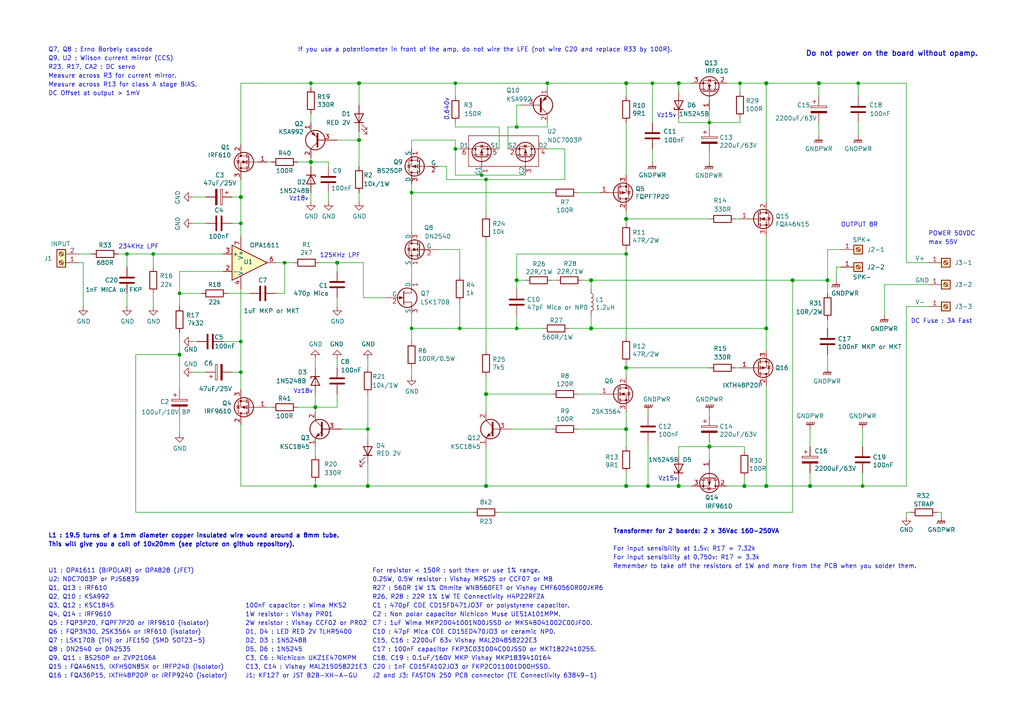
<source format=kicad_sch>
(kicad_sch (version 20230121) (generator eeschema)
  (paper "A4")
  (title_block (title "Q17-Mini Amplifier") (date "2023-08-30") (rev "2.0") (company "by eng. Tiberiu Vicol") (comment 1 "Modified by Stef for the Q17-Mini project") (comment 4 "Q17 a QUAD405 audiophile approach"))
  (junction (at 133.35 95.25))
  (junction (at 187.96 140.97) (diameter 1.016))
  (junction (at 106.68 124.46))
  (junction (at 91.44 140.97))
  (junction (at 215.9 140.97) (diameter 1.016))
  (junction (at 91.44 118.11) (diameter 1.016))
  (junction (at 52.07 102.87) (diameter 1.016))
  (junction (at 205.74 35.56))
  (junction (at 237.49 24.13) (diameter 1.016))
  (junction (at 196.85 24.13) (diameter 1.016))
  (junction (at 36.83 73.66))
  (junction (at 158.75 24.13))
  (junction (at 140.97 140.97) (diameter 1.016))
  (junction (at 119.38 55.88))
  (junction (at 196.85 140.97) (diameter 1.016))
  (junction (at 222.25 140.97) (diameter 1.016))
  (junction (at 90.17 46.99) (diameter 1.016))
  (junction (at 250.19 140.97))
  (junction (at 52.07 85.09))
  (junction (at 234.95 140.97) (diameter 1.016))
  (junction (at 181.61 63.5) (diameter 1.016))
  (junction (at 240.03 81.28) (diameter 1.016))
  (junction (at 171.45 81.28) (diameter 1.016))
  (junction (at 69.85 107.95))
  (junction (at 149.86 95.25))
  (junction (at 69.85 57.15) (diameter 1.016))
  (junction (at 97.79 76.2) (diameter 1.016))
  (junction (at 149.86 81.28) (diameter 1.016))
  (junction (at 229.87 81.28) (diameter 1.016))
  (junction (at 248.92 24.13))
  (junction (at 82.55 76.2))
  (junction (at 205.74 129.54) (diameter 1.016))
  (junction (at 189.23 24.13))
  (junction (at 171.45 95.25) (diameter 1.016))
  (junction (at 222.25 24.13) (diameter 1.016))
  (junction (at 214.63 24.13))
  (junction (at 106.68 140.97) (diameter 1.016))
  (junction (at 132.08 24.13))
  (junction (at 181.61 140.97) (diameter 1.016))
  (junction (at 44.45 73.66))
  (junction (at 149.86 36.83))
  (junction (at 181.61 124.46) (diameter 1.016))
  (junction (at 104.14 24.13) (diameter 1.016))
  (junction (at 222.25 95.25) (diameter 1.016))
  (junction (at 139.7 50.8))
  (junction (at 140.97 114.3) (diameter 1.016))
  (junction (at 181.61 106.68) (diameter 1.016))
  (junction (at 132.08 43.18))
  (junction (at 140.97 52.07))
  (junction (at 181.61 73.66))
  (junction (at 104.14 40.64) (diameter 1.016))
  (junction (at 69.85 64.77))
  (junction (at 69.85 99.06))
  (junction (at 90.17 24.13))
  (junction (at 181.61 24.13) (diameter 1.016))
  (junction (at 119.38 95.25))
  (wire (pts (xy 149.86 30.48) (xy 151.13 30.48)))
  (wire (pts (xy 181.61 72.39) (xy 181.61 73.66)))
  (wire (pts (xy 104.14 40.64) (xy 104.14 38.1)))
  (wire (pts (xy 97.79 40.64) (xy 104.14 40.64)))
  (wire (pts (xy 104.14 24.13) (xy 132.08 24.13)))
  (wire (pts (xy 215.9 130.81) (xy 215.9 129.54)))
  (wire (pts (xy 215.9 129.54) (xy 205.74 129.54)))
  (wire (pts (xy 90.17 33.02) (xy 90.17 35.56)))
  (wire (pts (xy 205.74 119.38) (xy 205.74 120.65)))
  (wire (pts (xy 262.89 24.13) (xy 262.89 76.2)))
  (wire (pts (xy 52.07 78.74) (xy 52.07 85.09)))
  (wire (pts (xy 52.07 125.73) (xy 52.07 120.65)))
  (wire (pts (xy 67.31 107.95) (xy 69.85 107.95)))
  (wire (pts (xy 24.13 76.2) (xy 24.13 88.9)))
  (wire (pts (xy 22.86 76.2) (xy 24.13 76.2)))
  (wire (pts (xy 52.07 102.87) (xy 52.07 113.03)))
  (wire (pts (xy 119.38 40.64) (xy 119.38 43.18)))
  (wire (pts (xy 189.23 43.18) (xy 189.23 46.99)))
  (wire (pts (xy 64.77 99.06) (xy 69.85 99.06)))
  (wire (pts (xy 90.17 24.13) (xy 104.14 24.13)))
  (wire (pts (xy 181.61 119.38) (xy 181.61 124.46)))
  (wire (pts (xy 181.61 124.46) (xy 181.61 129.54)))
  (wire (pts (xy 149.86 73.66) (xy 181.61 73.66)))
  (wire (pts (xy 149.86 81.28) (xy 149.86 73.66)))
  (wire (pts (xy 200.66 24.13) (xy 196.85 24.13)))
  (wire (pts (xy 262.89 88.9) (xy 262.89 140.97)))
  (wire (pts (xy 147.32 36.83) (xy 149.86 36.83)))
  (wire (pts (xy 90.17 46.99) (xy 90.17 48.26)))
  (wire (pts (xy 90.17 45.72) (xy 90.17 46.99)))
  (wire (pts (xy 78.74 118.11) (xy 77.47 118.11)))
  (wire (pts (xy 22.86 73.66) (xy 26.67 73.66)))
  (wire (pts (xy 262.89 88.9) (xy 269.24 88.9)))
  (wire (pts (xy 119.38 40.64) (xy 132.08 40.64)))
  (wire (pts (xy 140.97 52.07) (xy 140.97 62.23)))
  (wire (pts (xy 69.85 140.97) (xy 91.44 140.97)))
  (wire (pts (xy 240.03 72.39) (xy 240.03 81.28)))
  (wire (pts (xy 129.54 48.26) (xy 129.54 52.07)))
  (wire (pts (xy 69.85 123.19) (xy 69.85 140.97)))
  (wire (pts (xy 69.85 57.15) (xy 69.85 64.77)))
  (wire (pts (xy 55.88 57.15) (xy 59.69 57.15)))
  (wire (pts (xy 132.08 43.18) (xy 133.35 43.18)))
  (wire (pts (xy 173.99 55.88) (xy 167.64 55.88)))
  (wire (pts (xy 205.74 44.45) (xy 205.74 46.99)))
  (wire (pts (xy 39.37 102.87) (xy 52.07 102.87)))
  (wire (pts (xy 137.16 148.59) (xy 39.37 148.59)))
  (wire (pts (xy 39.37 148.59) (xy 39.37 102.87)))
  (wire (pts (xy 250.19 137.16) (xy 250.19 140.97)))
  (wire (pts (xy 234.95 140.97) (xy 250.19 140.97)))
  (wire (pts (xy 152.4 81.28) (xy 149.86 81.28)))
  (wire (pts (xy 149.86 81.28) (xy 149.86 83.82)))
  (wire (pts (xy 181.61 35.56) (xy 181.61 50.8)))
  (wire (pts (xy 205.74 128.27) (xy 205.74 129.54)))
  (wire (pts (xy 127 48.26) (xy 129.54 48.26)))
  (wire (pts (xy 158.75 43.18) (xy 163.83 43.18)))
  (wire (pts (xy 44.45 73.66) (xy 64.77 73.66)))
  (wire (pts (xy 55.88 107.95) (xy 59.69 107.95)))
  (wire (pts (xy 91.44 139.7) (xy 91.44 140.97)))
  (wire (pts (xy 248.92 24.13) (xy 248.92 27.94)))
  (wire (pts (xy 132.08 24.13) (xy 158.75 24.13)))
  (wire (pts (xy 119.38 55.88) (xy 119.38 67.31)))
  (wire (pts (xy 168.91 81.28) (xy 171.45 81.28)))
  (wire (pts (xy 171.45 83.82) (xy 171.45 81.28)))
  (wire (pts (xy 160.02 81.28) (xy 161.29 81.28)))
  (wire (pts (xy 242.57 77.47) (xy 243.84 77.47)))
  (wire (pts (xy 242.57 77.47) (xy 242.57 81.28)))
  (wire (pts (xy 158.75 24.13) (xy 158.75 25.4)))
  (wire (pts (xy 167.64 114.3) (xy 173.99 114.3)))
  (wire (pts (xy 140.97 114.3) (xy 160.02 114.3)))
  (wire (pts (xy 149.86 36.83) (xy 158.75 36.83)))
  (wire (pts (xy 229.87 81.28) (xy 229.87 148.59)))
  (wire (pts (xy 229.87 148.59) (xy 144.78 148.59)))
  (wire (pts (xy 55.88 64.77) (xy 59.69 64.77)))
  (wire (pts (xy 171.45 91.44) (xy 171.45 95.25)))
  (wire (pts (xy 165.1 95.25) (xy 171.45 95.25)))
  (wire (pts (xy 140.97 52.07) (xy 163.83 52.07)))
  (wire (pts (xy 213.36 63.5) (xy 214.63 63.5)))
  (wire (pts (xy 77.47 46.99) (xy 78.74 46.99)))
  (wire (pts (xy 262.89 140.97) (xy 250.19 140.97)))
  (wire (pts (xy 213.36 106.68) (xy 214.63 106.68)))
  (wire (pts (xy 222.25 58.42) (xy 222.25 24.13)))
  (wire (pts (xy 210.82 24.13) (xy 214.63 24.13)))
  (wire (pts (xy 181.61 24.13) (xy 189.23 24.13)))
  (wire (pts (xy 181.61 24.13) (xy 181.61 27.94)))
  (wire (pts (xy 97.79 118.11) (xy 91.44 118.11)))
  (wire (pts (xy 97.79 114.3) (xy 97.79 118.11)))
  (wire (pts (xy 215.9 138.43) (xy 215.9 140.97)))
  (wire (pts (xy 222.25 95.25) (xy 222.25 101.6)))
  (wire (pts (xy 222.25 68.58) (xy 222.25 95.25)))
  (wire (pts (xy 140.97 109.22) (xy 140.97 114.3)))
  (wire (pts (xy 44.45 73.66) (xy 44.45 77.47)))
  (wire (pts (xy 132.08 35.56) (xy 132.08 36.83)))
  (wire (pts (xy 167.64 124.46) (xy 181.61 124.46)))
  (wire (pts (xy 148.59 124.46) (xy 160.02 124.46)))
  (wire (pts (xy 205.74 31.75) (xy 205.74 35.56)))
  (wire (pts (xy 187.96 120.65) (xy 187.96 119.38)))
  (wire (pts (xy 91.44 106.68) (xy 91.44 104.14)))
  (wire (pts (xy 132.08 43.18) (xy 132.08 50.8)))
  (wire (pts (xy 97.79 76.2) (xy 105.41 76.2)))
  (wire (pts (xy 181.61 106.68) (xy 181.61 109.22)))
  (wire (pts (xy 181.61 105.41) (xy 181.61 106.68)))
  (wire (pts (xy 140.97 114.3) (xy 140.97 119.38)))
  (wire (pts (xy 196.85 35.56) (xy 205.74 35.56)))
  (wire (pts (xy 196.85 34.29) (xy 196.85 35.56)))
  (wire (pts (xy 132.08 24.13) (xy 132.08 27.94)))
  (wire (pts (xy 248.92 35.56) (xy 248.92 39.37)))
  (wire (pts (xy 106.68 106.68) (xy 106.68 104.14)))
  (wire (pts (xy 214.63 35.56) (xy 214.63 34.29)))
  (wire (pts (xy 44.45 85.09) (xy 44.45 88.9)))
  (wire (pts (xy 97.79 76.2) (xy 97.79 78.74)))
  (wire (pts (xy 92.71 76.2) (xy 97.79 76.2)))
  (wire (pts (xy 95.25 46.99) (xy 90.17 46.99)))
  (wire (pts (xy 95.25 48.26) (xy 95.25 46.99)))
  (wire (pts (xy 132.08 36.83) (xy 144.78 36.83)))
  (wire (pts (xy 149.86 91.44) (xy 149.86 95.25)))
  (wire (pts (xy 149.86 95.25) (xy 157.48 95.25)))
  (wire (pts (xy 119.38 91.44) (xy 119.38 95.25)))
  (wire (pts (xy 104.14 55.88) (xy 104.14 58.42)))
  (wire (pts (xy 69.85 113.03) (xy 69.85 107.95)))
  (wire (pts (xy 181.61 106.68) (xy 205.74 106.68)))
  (wire (pts (xy 55.88 99.06) (xy 57.15 99.06)))
  (wire (pts (xy 34.29 73.66) (xy 36.83 73.66)))
  (wire (pts (xy 237.49 24.13) (xy 248.92 24.13)))
  (wire (pts (xy 69.85 99.06) (xy 69.85 107.95)))
  (wire (pts (xy 222.25 140.97) (xy 215.9 140.97)))
  (wire (pts (xy 222.25 111.76) (xy 222.25 140.97)))
  (wire (pts (xy 215.9 140.97) (xy 210.82 140.97)))
  (wire (pts (xy 187.96 140.97) (xy 181.61 140.97)))
  (wire (pts (xy 163.83 52.07) (xy 163.83 43.18)))
  (wire (pts (xy 66.04 85.09) (xy 72.39 85.09)))
  (wire (pts (xy 181.61 140.97) (xy 181.61 137.16)))
  (wire (pts (xy 140.97 140.97) (xy 181.61 140.97)))
  (wire (pts (xy 140.97 129.54) (xy 140.97 140.97)))
  (wire (pts (xy 240.03 72.39) (xy 243.84 72.39)))
  (wire (pts (xy 80.01 76.2) (xy 82.55 76.2)))
  (wire (pts (xy 133.35 95.25) (xy 149.86 95.25)))
  (wire (pts (xy 106.68 114.3) (xy 106.68 124.46)))
  (wire (pts (xy 36.83 85.09) (xy 36.83 88.9)))
  (wire (pts (xy 91.44 119.38) (xy 91.44 118.11)))
  (wire (pts (xy 69.85 41.91) (xy 69.85 24.13)))
  (wire (pts (xy 69.85 24.13) (xy 90.17 24.13)))
  (wire (pts (xy 214.63 24.13) (xy 222.25 24.13)))
  (wire (pts (xy 250.19 124.46) (xy 250.19 129.54)))
  (wire (pts (xy 187.96 128.27) (xy 187.96 140.97)))
  (wire (pts (xy 52.07 96.52) (xy 52.07 102.87)))
  (wire (pts (xy 140.97 69.85) (xy 140.97 101.6)))
  (wire (pts (xy 147.32 36.83) (xy 147.32 43.18)))
  (wire (pts (xy 67.31 64.77) (xy 69.85 64.77)))
  (wire (pts (xy 104.14 24.13) (xy 104.14 30.48)))
  (wire (pts (xy 90.17 25.4) (xy 90.17 24.13)))
  (wire (pts (xy 189.23 24.13) (xy 189.23 35.56)))
  (wire (pts (xy 196.85 139.7) (xy 196.85 140.97)))
  (wire (pts (xy 132.08 50.8) (xy 139.7 50.8)))
  (wire (pts (xy 119.38 55.88) (xy 160.02 55.88)))
  (wire (pts (xy 262.89 76.2) (xy 269.24 76.2)))
  (wire (pts (xy 119.38 106.68) (xy 119.38 109.22)))
  (wire (pts (xy 133.35 87.63) (xy 133.35 95.25)))
  (wire (pts (xy 234.95 140.97) (xy 222.25 140.97)))
  (wire (pts (xy 234.95 137.16) (xy 234.95 140.97)))
  (wire (pts (xy 106.68 140.97) (xy 140.97 140.97)))
  (wire (pts (xy 205.74 35.56) (xy 214.63 35.56)))
  (wire (pts (xy 36.83 73.66) (xy 44.45 73.66)))
  (wire (pts (xy 106.68 140.97) (xy 106.68 134.62)))
  (wire (pts (xy 133.35 72.39) (xy 133.35 80.01)))
  (wire (pts (xy 189.23 24.13) (xy 196.85 24.13)))
  (wire (pts (xy 36.83 77.47) (xy 36.83 73.66)))
  (wire (pts (xy 205.74 129.54) (xy 205.74 133.35)))
  (wire (pts (xy 105.41 76.2) (xy 105.41 86.36)))
  (wire (pts (xy 106.68 127) (xy 106.68 124.46)))
  (wire (pts (xy 139.7 50.8) (xy 152.4 50.8)))
  (wire (pts (xy 187.96 140.97) (xy 196.85 140.97)))
  (wire (pts (xy 196.85 140.97) (xy 200.66 140.97)))
  (wire (pts (xy 229.87 81.28) (xy 240.03 81.28)))
  (wire (pts (xy 240.03 81.28) (xy 240.03 85.09)))
  (wire (pts (xy 171.45 81.28) (xy 229.87 81.28)))
  (wire (pts (xy 52.07 78.74) (xy 64.77 78.74)))
  (wire (pts (xy 149.86 30.48) (xy 149.86 36.83)))
  (wire (pts (xy 91.44 118.11) (xy 91.44 114.3)))
  (wire (pts (xy 205.74 35.56) (xy 205.74 36.83)))
  (wire (pts (xy 82.55 76.2) (xy 85.09 76.2)))
  (wire (pts (xy 271.78 148.59) (xy 273.05 148.59)))
  (wire (pts (xy 273.05 148.59) (xy 273.05 149.86)))
  (wire (pts (xy 262.89 148.59) (xy 264.16 148.59)))
  (wire (pts (xy 262.89 149.86) (xy 262.89 148.59)))
  (wire (pts (xy 86.36 118.11) (xy 91.44 118.11)))
  (wire (pts (xy 262.89 24.13) (xy 248.92 24.13)))
  (wire (pts (xy 256.54 82.55) (xy 256.54 91.44)))
  (wire (pts (xy 256.54 82.55) (xy 269.24 82.55)))
  (wire (pts (xy 119.38 77.47) (xy 119.38 81.28)))
  (wire (pts (xy 181.61 60.96) (xy 181.61 63.5)))
  (wire (pts (xy 181.61 63.5) (xy 181.61 64.77)))
  (wire (pts (xy 69.85 68.58) (xy 69.85 64.77)))
  (wire (pts (xy 171.45 95.25) (xy 222.25 95.25)))
  (wire (pts (xy 132.08 43.18) (xy 132.08 40.64)))
  (wire (pts (xy 69.85 83.82) (xy 69.85 99.06)))
  (wire (pts (xy 129.54 52.07) (xy 140.97 52.07)))
  (wire (pts (xy 119.38 95.25) (xy 133.35 95.25)))
  (wire (pts (xy 82.55 85.09) (xy 82.55 76.2)))
  (wire (pts (xy 80.01 85.09) (xy 82.55 85.09)))
  (wire (pts (xy 181.61 73.66) (xy 181.61 97.79)))
  (wire (pts (xy 104.14 40.64) (xy 104.14 48.26)))
  (wire (pts (xy 95.25 58.42) (xy 95.25 55.88)))
  (wire (pts (xy 52.07 85.09) (xy 58.42 85.09)))
  (wire (pts (xy 196.85 132.08) (xy 196.85 129.54)))
  (wire (pts (xy 196.85 129.54) (xy 205.74 129.54)))
  (wire (pts (xy 90.17 55.88) (xy 90.17 58.42)))
  (wire (pts (xy 69.85 52.07) (xy 69.85 57.15)))
  (wire (pts (xy 97.79 104.14) (xy 97.79 106.68)))
  (wire (pts (xy 99.06 124.46) (xy 106.68 124.46)))
  (wire (pts (xy 240.03 102.87) (xy 240.03 106.68)))
  (wire (pts (xy 86.36 46.99) (xy 90.17 46.99)))
  (wire (pts (xy 97.79 86.36) (xy 97.79 88.9)))
  (wire (pts (xy 158.75 24.13) (xy 181.61 24.13)))
  (wire (pts (xy 240.03 92.71) (xy 240.03 95.25)))
  (wire (pts (xy 237.49 35.56) (xy 237.49 39.37)))
  (wire (pts (xy 127 72.39) (xy 133.35 72.39)))
  (wire (pts (xy 119.38 53.34) (xy 119.38 55.88)))
  (wire (pts (xy 196.85 24.13) (xy 196.85 26.67)))
  (wire (pts (xy 144.78 36.83) (xy 144.78 43.18)))
  (wire (pts (xy 181.61 63.5) (xy 205.74 63.5)))
  (wire (pts (xy 214.63 26.67) (xy 214.63 24.13)))
  (wire (pts (xy 119.38 95.25) (xy 119.38 99.06)))
  (wire (pts (xy 91.44 140.97) (xy 106.68 140.97)))
  (wire (pts (xy 52.07 85.09) (xy 52.07 88.9)))
  (wire (pts (xy 234.95 129.54) (xy 234.95 124.46)))
  (wire (pts (xy 105.41 86.36) (xy 111.76 86.36)))
  (wire (pts (xy 222.25 24.13) (xy 237.49 24.13)))
  (wire (pts (xy 237.49 27.94) (xy 237.49 24.13)))
  (wire (pts (xy 67.31 57.15) (xy 69.85 57.15)))
  (wire (pts (xy 91.44 132.08) (xy 91.44 129.54)))
  (wire (pts (xy 158.75 36.83) (xy 158.75 35.56)))
  (text "Q15 : FQA46N15, IXFH50N85X or IRFP240 (isolator)" (at 13.97 194.31 0) (effects (font (size 1.27 1.27)) (justify left bottom)))
  (text "Remember to take off the resistors of 1W and more from the PCB when you solder them." (at 177.8 165.1 0) (effects (font (size 1.27 1.27)) (justify left bottom)))
  (text "max 55V" (at 269.24 71.12 0) (effects (font (size 1.27 1.27)) (justify left bottom)))
  (text "1W resistor : Vishay PR01" (at 71.12 179.07 0) (effects (font (size 1.27 1.27)) (justify left bottom)))
  (text "Q3, Q12 : KSC1845" (at 13.97 176.53 0) (effects (font (size 1.27 1.27)) (justify left bottom)))
  (text "U2: NDC7003P or PJS6839" (at 13.97 168.91 0) (effects (font (size 1.27 1.27)) (justify left bottom)))
  (text "This will give you a coil of 10x20mm (see picture on github repository)." (at 13.97 158.75 0) (effects (font (size 1.27 1.27) (thickness 0.254) bold) (justify left bottom)))
  (text "For input sensibility at 1.5v: R17 = 7.32k" (at 177.8 160.02 0) (effects (font (size 1.27 1.27)) (justify left bottom)))
  (text "Q5 : FQP3P20, FQPF7P20 or IRF9610 (isolator)" (at 13.97 181.61 0) (effects (font (size 1.27 1.27)) (justify left bottom)))
  (text "125KHz LPF" (at 92.71 74.93 0) (effects (font (size 1.27 1.27)) (justify left bottom)))
  (text "R26, R28 : 22R 1% 1W TE Connectivity H4P22RFZA" (at 107.95 173.99 0) (effects (font (size 1.27 1.27)) (justify left bottom)))
  (text "Q1, Q13 : IRF610" (at 13.97 171.45 0) (effects (font (size 1.27 1.27)) (justify left bottom)))
  (text "D5, D6 : 1N5245" (at 71.12 189.23 0) (effects (font (size 1.27 1.27)) (justify left bottom)))
  (text "C2 : Non polar capacitor Nichicon Muse UES1A101MPM." (at 107.95 179.07 0) (effects (font (size 1.27 1.27)) (justify left bottom)))
  (text "D2, D3 : 1N5248B" (at 71.12 186.69 0) (effects (font (size 1.27 1.27)) (justify left bottom)))
  (text "D1, D4 : LED RED 2V TLHR5400" (at 71.12 184.15 0) (effects (font (size 1.27 1.27)) (justify left bottom)))
  (text "C3, C6 : Nichicon UKZ1E470MPM" (at 71.12 191.77 0) (effects (font (size 1.27 1.27)) (justify left bottom)))
  (text "J1: KF127 or JST B2B-XH-A-GU" (at 71.12 196.85 0) (effects (font (size 1.27 1.27)) (justify left bottom)))
  (text "U1 : OPA1611 (BIPOLAR) or OPA828 (JFET)" (at 13.97 166.37 0) (effects (font (size 1.27 1.27)) (justify left bottom)))
  (text "Q8 : DN2540 or DN2535" (at 13.97 189.23 0) (effects (font (size 1.27 1.27)) (justify left bottom)))
  (text "L1 : 19.5 turns of a 1mm diameter copper insulated wire wound around a 8mm tube." (at 13.97 156.21 0) (effects (font (size 1.27 1.27) (thickness 0.254) bold) (justify left bottom)))
  (text "Q6 : FQP3N30, 2SK3564 or IRF610 (isolator)" (at 13.97 184.15 0) (effects (font (size 1.27 1.27)) (justify left bottom)))
  (text "Q9, U2 : Wilson current mirror (CCS)" (at 13.97 17.78 0) (effects (font (size 1.27 1.27)) (justify left bottom)))
  (text "Transformer for 2 boards: 2 x 36Vac 160-250VA" (at 177.8 154.94 0) (effects (font (size 1.27 1.27) (thickness 0.254) bold) (justify left bottom)))
  (text "For resistor < 150R : sort then or use 1% range." (at 107.95 166.37 0) (effects (font (size 1.27 1.27)) (justify left bottom)))
  (text "0.640v" (at 130.3215 35.1112 90) (effects (font (size 1.27 1.27) italic) (justify left bottom)))
  (text "Measure across R13 for class A stage BIAS." (at 13.97 25.4 0) (effects (font (size 1.27 1.27)) (justify left bottom)))
  (text "OUTPUT 8R" (at 243.84 66.04 0) (effects (font (size 1.27 1.27)) (justify left bottom)))
  (text "2W resistor : Vishay CCF02 or PR02" (at 71.12 181.61 0) (effects (font (size 1.27 1.27)) (justify left bottom)))
  (text "Q16 : FQA36P15, IXTH48P20P or IRFP9240 (isolator)" (at 13.97 196.85 0) (effects (font (size 1.27 1.27)) (justify left bottom)))
  (text "Vz18v" (at 85.09 114.3 0) (effects (font (size 1.27 1.27)) (justify left bottom)))
  (text "For input sensibility at 0.750v: R17 = 3.3k" (at 177.8 162.56 0) (effects (font (size 1.27 1.27)) (justify left bottom)))
  (text "DC Fuse : 3A Fast" (at 264.16 93.98 0) (effects (font (size 1.27 1.27)) (justify left bottom)))
  (text "Q7 : LSK170B (TH) or JFE150 (SMD SOT23-5)" (at 13.97 186.69 0) (effects (font (size 1.27 1.27)) (justify left bottom)))
  (text "Q2, Q10 : KSA992" (at 13.97 173.99 0) (effects (font (size 1.27 1.27)) (justify left bottom)))
  (text "Q4, Q14 : IRF9610" (at 13.97 179.07 0) (effects (font (size 1.27 1.27)) (justify left bottom)))
  (text "234KHz LPF" (at 34.29 72.39 0) (effects (font (size 1.27 1.27)) (justify left bottom)))
  (text "C15, C16 : 2200uF 63v Vishay MAL204858222E3" (at 107.95 186.69 0) (effects (font (size 1.27 1.27)) (justify left bottom)))
  (text "C18, C19 : 0.1uF/160V MKP Vishay MKP1839410164" (at 107.95 191.77 0) (effects (font (size 1.27 1.27)) (justify left bottom)))
  (text "C17 : 100nF capacitor FKP3C031004C00JSSD or MKT1822410255." (at 107.95 189.23 0) (effects (font (size 1.27 1.27)) (justify left bottom)))
  (text "0.25W, 0.5W resistor : Vishay MRS25 or CCF07 or MB" (at 107.95 168.91 0) (effects (font (size 1.27 1.27)) (justify left bottom)))
  (text "C7 : 1uF Wima MKP2D041001N00JSSD or MKS4B041002C00JF00." (at 107.95 181.61 0) (effects (font (size 1.27 1.27)) (justify left bottom)))
  (text "C1 : 470pF CDE CD15FD471JO3F or polystyrene capacitor." (at 107.95 176.53 0) (effects (font (size 1.27 1.27)) (justify left bottom)))
  (text "R23, R17, CA2 : DC servo" (at 13.97 20.32 0) (effects (font (size 1.27 1.27)) (justify left bottom)))
  (text "DC Offset at output > 1mV" (at 13.97 27.94 0) (effects (font (size 1.27 1.27)) (justify left bottom)))
  (text "Vz15v" (at 190.8835 139.6616 0) (effects (font (size 1.27 1.27)) (justify left bottom)))
  (text "J2 and J3: FASTON 250 PCB connector (TE Connectivity 63849-1)" (at 107.95 196.85 0) (effects (font (size 1.27 1.27)) (justify left bottom)))
  (text "R27 : 560R 1W 1% Ohmite WNB560FET or Vishay CMF60560R00JKR6" (at 107.95 171.45 0) (effects (font (size 1.27 1.27)) (justify left bottom)))
  (text "C13, C14 : Vishay MAL215058221E3" (at 71.12 194.31 0) (effects (font (size 1.27 1.27)) (justify left bottom)))
  (text "Vz15v" (at 190.5 34.29 0) (effects (font (size 1.27 1.27)) (justify left bottom)))
  (text "Q7, Q8 : Erno Borbely cascode\n" (at 13.97 15.24 0) (effects (font (size 1.27 1.27)) (justify left bottom)))
  (text "POWER 50VDC" (at 269.24 68.58 0) (effects (font (size 1.27 1.27)) (justify left bottom)))
  (text "Measure across R3 for current mirror." (at 13.97 22.86 0) (effects (font (size 1.27 1.27)) (justify left bottom)))
  (text "100nF capacitor : Wima MKS2" (at 71.12 176.53 0) (effects (font (size 1.27 1.27)) (justify left bottom)))
  (text "If you use a potentiometer in front of the amp, do not wire the LFE (not wire C20 and replace R33 by 100R)." (at 86.36 15.24 0) (effects (font (size 1.27 1.27)) (justify left bottom)))
  (text "C20 : 1nF CD15FA102JO3 or FKP2C011001D00HSSD." (at 107.95 194.31 0) (effects (font (size 1.27 1.27)) (justify left bottom)))
  (text "Do not power on the board without opamp." (at 233.68 16.51 0) (effects (font (size 1.5 1.5) (thickness 0.254) bold) (justify left bottom)))
  (text "Vz18v" (at 83.82 58.42 0) (effects (font (size 1.27 1.27)) (justify left bottom)))
  (text "C10 : 47pF Mica CDE CD15ED470JO3 or ceramic NP0." (at 107.95 184.15 0) (effects (font (size 1.27 1.27)) (justify left bottom)))
  (text "Q9, Q11 : BS250P or ZVP2106A" (at 13.97 191.77 0) (effects (font (size 1.27 1.27)) (justify left bottom)))
  (symbol (lib_name "GND_1") (lib_id "power:GND") (at 55.88 57.15 270) (unit 1)
    (property "Reference" "#PWR0111" (effects hide))
    (property "Value" "GND" (at 51.5556 57.2643 0))
  )
  (symbol (lib_id "Device:R") (at 30.48 73.66 270) (mirror x) (unit 1)
    (property "Reference" "R33" (at 30.48 71.12 90))
    (property "Value" "680R" (at 30.48 76.2 90))
    (property "Footprint" "Resistor_THT:R_Axial_DIN0207_L6.3mm_D2.5mm_P10.16mm_Horizontal" (effects hide))
    (property "Datasheet" "https://www.vishay.com/doc?28724" (effects hide))
    (property "Part#" "MRS25000C6800FCT00" (effects hide))
    (property "Mouser" "594-MRS25000C6800FCT" (effects hide))
  )
  (symbol (lib_id "Device:R") (at 181.61 133.35 0) (unit 1)
    (property "Reference" "R13" (at 175.514 132.588 0) (effects (justify left)))
    (property "Value" "9R1" (at 175.514 134.8867 0) (effects (justify left)))
    (property "Footprint" "Resistor_THT:R_Axial_DIN0207_L6.3mm_D2.5mm_P10.16mm_Horizontal" (effects hide))
    (property "Datasheet" "https://www.vishay.com/doc?28766" (effects hide))
    (property "Part#" "MBB02070C9108FCT00" (effects hide))
    (property "Mouser" "594-MBB02070C9108FCT" (effects hide))
  )
  (symbol (lib_id "Device:Q_NJFET_DGS") (at 116.84 86.36 0) (unit 1)
    (property "Reference" "Q7" (at 121.92 85.09 0) (effects (justify left)))
    (property "Value" "LSK170B" (at 121.92 87.63 0) (effects (justify left)))
    (property "Footprint" "Package_TO_SOT_THT:TO-92_Inline_Wide" (effects hide))
    (property "Datasheet" "https://www.mouser.fr/datasheet/2/1442/LSK170SeriesDSRevA22-3179964.pdf" (effects hide))
    (property "Part#" "LSK170B-TO-92-3L-BK" (effects hide))
    (property "Mouser" "722-LSK170BTO923LBK" (effects hide))
  )
  (symbol (lib_id "Device:C") (at 60.96 99.06 90) (unit 1)
    (property "Reference" "C5" (at 63.5 97.79 90))
    (property "Value" "100nF" (at 65.2658 100.4056 90))
    (property "Footprint" "Capacitor_THT:C_Rect_L7.2mm_W2.5mm_P5.00mm_FKS2_FKP2_MKS2_MKP2" (effects hide))
    (property "Datasheet" "https://www.mouser.fr/datasheet/2/440/e_WIMA_MKS_2-1139871.pdf" (effects hide))
    (property "Part#" "MKS2D031001A00KSSD" (effects hide))
    (property "Mouser" "505-MKS2.1/100/10" (effects hide))
  )
  (symbol (lib_id "Device:R") (at 240.03 88.9 0) (unit 1)
    (property "Reference" "R31" (at 234.5931 87.9307 0) (effects (justify left)))
    (property "Value" "10R/2W" (at 230.7831 90.4707 0) (effects (justify left)))
    (property "Footprint" "Resistor_THT:R_Axial_DIN0411_L9.9mm_D3.6mm_P15.24mm_Horizontal" (effects hide))
    (property "Datasheet" "https://www.vishay.com/doc?28729" (effects hide))
    (property "Part#" "PR02000201009JR500" (effects hide))
    (property "Mouser" "594-5083NW10R00J" (effects hide))
  )
  (symbol (lib_name "GND_5") (lib_id "power:GND") (at 55.88 107.95 270) (unit 1)
    (property "Reference" "#PWR0129" (effects hide))
    (property "Value" "GND" (at 55.3399 105.5834 90))
  )
  (symbol (lib_name "GND_6") (lib_id "power:GND") (at 52.07 125.73 0) (unit 1)
    (property "Reference" "#PWR0107" (effects hide))
    (property "Value" "GND" (at 52.1843 130.0544 0))
  )
  (symbol (lib_id "Device:R") (at 88.9 76.2 90) (unit 1)
    (property "Reference" "R1" (at 88.9 70.9738 90))
    (property "Value" "2k7" (at 88.9 73.2725 90))
    (property "Footprint" "Resistor_THT:R_Axial_DIN0207_L6.3mm_D2.5mm_P10.16mm_Horizontal" (effects hide))
    (property "Datasheet" "https://www.vishay.com/doc?28724" (effects hide))
    (property "Part#" "MRS25000C2701FRP00" (effects hide))
    (property "Mouser" "594-MRS25000C2701FRP" (effects hide))
  )
  (symbol (lib_name "GNDPWR_1") (lib_id "power:GNDPWR") (at 205.74 119.38 180) (unit 1)
    (property "Reference" "#PWR0121" (effects hide))
    (property "Value" "GNDPWR" (at 205.74 115.824 0))
  )
  (symbol (lib_id "Connector:Screw_Terminal_01x01") (at 248.92 77.47 0) (unit 1)
    (property "Reference" "J2-2" (at 251.46 77.47 0) (effects (justify left)))
    (property "Value" "SPK-" (at 247.2875 80.371 0) (effects (justify left)))
    (property "Footprint" "Q17_Library:Faston_Connector_63849-1_TEC" (effects hide))
    (property "Datasheet" "https://www.te.com/commerce/DocumentDelivery/DDEController?Action=srchrtrv&DocNm=63824&DocType=Customer+Drawing&DocLang=English&PartCntxt=63824-1&DocFormat=pdf" (effects hide))
    (property "Part#" "TE Connectivity 63849-1" (effects hide))
    (property "Mouser" "571-638241" (effects hide))
  )
  (symbol (lib_id "Device:C") (at 187.96 124.46 0) (unit 1)
    (property "Reference" "C12" (at 190.8811 123.6991 0) (effects (justify left)))
    (property "Value" "100nF" (at 190.8811 125.9978 0) (effects (justify left)))
    (property "Footprint" "Capacitor_THT:C_Rect_L7.2mm_W2.5mm_P5.00mm_FKS2_FKP2_MKS2_MKP2" (effects hide))
    (property "Datasheet" "https://www.mouser.fr/datasheet/2/440/e_WIMA_MKS_2-1139871.pdf" (effects hide))
    (property "Part#" "MKS2D031001A00KSSD" (effects hide))
    (property "Mouser" "505-MKS2.1/100/10" (effects hide))
  )
  (symbol (lib_id "Device:R") (at 181.61 68.58 0) (unit 1)
    (property "Reference" "R11" (at 183.3881 67.4306 0) (effects (justify left)))
    (property "Value" "47R/2W" (at 183.3881 69.7293 0) (effects (justify left)))
    (property "Footprint" "Resistor_THT:R_Axial_DIN0411_L9.9mm_D3.6mm_P12.70mm_Horizontal" (effects hide))
    (property "Datasheet" "https://www.vishay.com/doc?31012" (effects hide))
    (property "Part#" "CCF0247R0JKE36" (effects hide))
    (property "Mouser" "71-CCF0247R0JKE36" (effects hide))
  )
  (symbol (lib_id "Device:R") (at 163.83 124.46 90) (unit 1)
    (property "Reference" "R9" (at 163.83 119.2338 90))
    (property "Value" "100R" (at 163.83 121.533 90))
    (property "Footprint" "Resistor_THT:R_Axial_DIN0207_L6.3mm_D2.5mm_P10.16mm_Horizontal" (effects hide))
    (property "Datasheet" "https://www.vishay.com/doc?28724" (effects hide))
    (property "Part#" "MRS25000C1000FCT00" (effects hide))
    (property "Mouser" "594-MRS25000C1000FCT" (effects hide))
  )
  (symbol (lib_id "Device:R") (at 106.68 110.49 0) (mirror x) (unit 1)
    (property "Reference" "R21" (at 107.95 109.22 0) (effects (justify left)))
    (property "Value" "10k/1W" (at 107.95 111.76 0) (effects (justify left)))
    (property "Footprint" "Resistor_THT:R_Axial_DIN0207_L6.3mm_D2.5mm_P10.16mm_Horizontal" (effects hide))
    (property "Datasheet" "https://www.vishay.com/doc?28729" (effects hide))
    (property "Part#" "PR01000101002JR500" (effects hide))
    (property "Mouser" "594-5073NW10K00J" (effects hide))
  )
  (symbol (lib_id "Device:LED") (at 104.14 34.29 90) (unit 1)
    (property "Reference" "D1" (at 99.06 33.02 90) (effects (justify right)))
    (property "Value" "RED 2V" (at 94.5029 35.5599 90) (effects (justify right)))
    (property "Footprint" "LED_THT:LED_D5.0mm" (effects hide))
    (property "Part#" "TLHR5400" (effects hide))
  )
  (symbol (lib_id "Device:Q_NPN_ECB") (at 93.98 124.46 0) (mirror y) (unit 1)
    (property "Reference" "Q3" (at 89.916 127 0) (effects (justify left)))
    (property "Value" "KSC1845" (at 89.916 129.54 0) (effects (justify left)))
    (property "Footprint" "Package_TO_SOT_THT:TO-92_Inline_Wide" (effects hide))
    (property "Datasheet" "https://www.mouser.fr/datasheet/2/308/1/KSC1845_D-2314480.pdf" (effects hide))
    (property "Part#" "KSC1845FTA" (effects hide))
    (property "Mouser" "512-KSC1845FTA" (effects hide))
  )
  (symbol (lib_id "Device:C_Polarized") (at 234.95 133.35 0) (unit 1)
    (property "Reference" "C16" (at 236.22 130.81 0) (effects (justify left)))
    (property "Value" "2200uF/63V" (at 236.22 135.89 0) (effects (justify left)))
    (property "Footprint" "Capacitor_THT:CP_Radial_D18.0mm_P7.50mm" (effects hide))
    (property "Datasheet" "https://www.vishay.com/doc?28318" (effects hide))
    (property "Part#" "MAL204858222E3" (effects hide))
    (property "Mouser" "594-MAL204858222E3" (effects hide))
  )
  (symbol (lib_id "Device:R") (at 209.55 106.68 90) (unit 1)
    (property "Reference" "R15" (at 210.82 101.092 90) (effects (justify left)))
    (property "Value" "330R" (at 212.09 103.632 90) (effects (justify left)))
    (property "Footprint" "Resistor_THT:R_Axial_DIN0207_L6.3mm_D2.5mm_P10.16mm_Horizontal" (effects hide))
    (property "Datasheet" "https://www.vishay.com/doc?28724" (effects hide))
    (property "Part#" "MRS25000C3300FCT00" (effects hide))
    (property "Mouser" "594-MRS25000C3300FCT" (effects hide))
  )
  (symbol (lib_name "GNDPWR_2") (lib_id "power:GNDPWR") (at 187.96 119.38 180) (unit 1)
    (property "Reference" "#PWR0120" (effects hide))
    (property "Value" "GNDPWR" (at 190.5 115.824 0))
  )
  (symbol (lib_id "Device:C") (at 189.23 39.37 180) (unit 1)
    (property "Reference" "C11" (at 194.31 38.1 0))
    (property "Value" "100nF" (at 195.58 40.64 0))
    (property "Footprint" "Capacitor_THT:C_Rect_L7.2mm_W2.5mm_P5.00mm_FKS2_FKP2_MKS2_MKP2" (effects hide))
    (property "Datasheet" "https://www.mouser.fr/datasheet/2/440/e_WIMA_MKS_2-1139871.pdf" (effects hide))
    (property "Part#" "MKS2D031001A00KSSD" (effects hide))
    (property "Mouser" "505-MKS2.1/100/10" (effects hide))
  )
  (symbol (lib_id "Device:Q_PMOS_SGD") (at 121.92 48.26 180) (unit 1)
    (property "Reference" "Q9" (at 116.84 46.99 0) (effects (justify left)))
    (property "Value" "BS250P" (at 116.84 49.53 0) (effects (justify left)))
    (property "Footprint" "Package_TO_SOT_THT:TO-92S_Wide" (effects hide))
    (property "Datasheet" "https://www.diodes.com/assets/Datasheets/BS250P.pdf" (effects hide))
    (property "Part#" "BS250P" (effects hide))
    (property "Mouser" "522-BS250P" (effects hide))
  )
  (symbol (lib_name "GND_13") (lib_id "power:GND") (at 262.89 149.86 0) (unit 1)
    (property "Reference" "#PWR0124" (effects hide))
    (property "Value" "GND" (at 262.89 153.67 0))
  )
  (symbol (lib_name "GNDPWR_3") (lib_id "power:GNDPWR") (at 256.54 91.44 0) (unit 1)
    (property "Reference" "#PWR0128" (effects hide))
    (property "Value" "GNDPWR" (at 256.413 95.358 0))
  )
  (symbol (lib_id "Device:C") (at 95.25 52.07 180) (unit 1)
    (property "Reference" "C9" (at 97.79 49.53 0))
    (property "Value" "100nF" (at 99.06 54.61 0))
    (property "Footprint" "Capacitor_THT:C_Rect_L7.2mm_W2.5mm_P5.00mm_FKS2_FKP2_MKS2_MKP2" (effects hide))
    (property "Datasheet" "https://www.mouser.fr/datasheet/2/440/e_WIMA_MKS_2-1139871.pdf" (effects hide))
    (property "Part#" "MKS2D031001A00KSSD" (effects hide))
    (property "Mouser" "505-MKS2.1/100/10" (effects hide))
  )
  (symbol (lib_name "GND_4") (lib_id "power:GND") (at 24.13 88.9 0) (unit 1)
    (property "Reference" "#PWR0114" (effects hide))
    (property "Value" "GND" (at 24.2443 93.2244 0))
  )
  (symbol (lib_id "Device:C_Polarized") (at 63.5 107.95 90) (unit 1)
    (property "Reference" "C6" (at 60.4721 105.363 90))
    (property "Value" "47uF/25V" (at 62.484 112.776 90))
    (property "Footprint" "Capacitor_THT:CP_Radial_D10.0mm_P5.00mm" (effects hide))
    (property "Part#" "Nichicon Muse UKZ1E470MPM" (effects hide))
    (property "Mouser" "647-UKZ1E470MPM1TD" (effects hide))
  )
  (symbol (lib_id "Device:LED") (at 106.68 130.81 270) (mirror x) (unit 1)
    (property "Reference" "D4" (at 111.76 129.286 90) (effects (justify right)))
    (property "Value" "RED 2V" (at 116.3248 131.5054 90) (effects (justify right)))
    (property "Footprint" "LED_THT:LED_D5.0mm" (effects hide))
    (property "Part#" "TLHR5400" (effects hide))
  )
  (symbol (lib_id "Device:R") (at 209.55 63.5 90) (unit 1)
    (property "Reference" "R14" (at 210.82 58.166 90) (effects (justify left)))
    (property "Value" "330R" (at 212.09 60.706 90) (effects (justify left)))
    (property "Footprint" "Resistor_THT:R_Axial_DIN0207_L6.3mm_D2.5mm_P10.16mm_Horizontal" (effects hide))
    (property "Datasheet" "https://www.vishay.com/doc?28724" (effects hide))
    (property "Part#" "MRS25000C3300FCT00" (effects hide))
    (property "Mouser" "594-MRS25000C3300FCT" (effects hide))
  )
  (symbol (lib_id "power:GNDPWR") (at 189.23 46.99 0) (unit 1)
    (property "Reference" "#PWR01" (effects hide))
    (property "Value" "GNDPWR" (at 189.23 50.8 0))
  )
  (symbol (lib_id "Device:R") (at 44.45 81.28 180) (unit 1)
    (property "Reference" "R16" (at 48.26 80.01 0))
    (property "Value" "22k" (at 48.26 82.55 0))
    (property "Footprint" "Resistor_THT:R_Axial_DIN0207_L6.3mm_D2.5mm_P10.16mm_Horizontal" (effects hide))
    (property "Datasheet" "https://www.vishay.com/doc?28724" (effects hide))
    (property "Part#" "MRS25000C2202FCT00" (effects hide))
    (property "Mouser" "594-MRS25000C2202FCT" (effects hide))
  )
  (symbol (lib_id "Device:R") (at 181.61 31.75 0) (unit 1)
    (property "Reference" "R10" (at 183.3881 30.6006 0) (effects (justify left)))
    (property "Value" "9R1" (at 183.3881 32.8993 0) (effects (justify left)))
    (property "Footprint" "Resistor_THT:R_Axial_DIN0207_L6.3mm_D2.5mm_P10.16mm_Horizontal" (effects hide))
    (property "Datasheet" "https://www.vishay.com/doc?28766" (effects hide))
    (property "Part#" "MBB02070C9108FCT00" (effects hide))
    (property "Mouser" "594-MBB02070C9108FCT" (effects hide))
  )
  (symbol (lib_name "GNDPWR_4") (lib_id "power:GNDPWR") (at 234.95 124.46 180) (unit 1)
    (property "Reference" "#PWR0125" (effects hide))
    (property "Value" "GNDPWR" (at 234.95 120.65 0))
  )
  (symbol (lib_id "Device:R") (at 156.21 81.28 90) (unit 1)
    (property "Reference" "R26" (at 156.3556 76.5684 90))
    (property "Value" "22R/1W" (at 156.3556 78.8671 90))
    (property "Footprint" "Resistor_THT:R_Axial_DIN0411_L9.9mm_D3.6mm_P12.70mm_Horizontal" (effects hide))
    (property "Datasheet" "https://www.mouser.fr/datasheet/2/418/5/ENG_DS_1773230_H-729914.pdf" (effects hide))
    (property "Part#" "H4P22RFZA" (effects hide))
    (property "Mouser" "279-H4P22RFZA" (effects hide))
  )
  (symbol (lib_id "Device:R") (at 132.08 31.75 0) (mirror y) (unit 1)
    (property "Reference" "R3" (at 137.16 30.48 0) (effects (justify left)))
    (property "Value" "150R" (at 139.7 33.02 0) (effects (justify left)))
    (property "Footprint" "Resistor_THT:R_Axial_DIN0207_L6.3mm_D2.5mm_P10.16mm_Horizontal" (effects hide))
    (property "Datasheet" "https://www.vishay.com/doc?28724" (effects hide))
    (property "Part#" "MRS25000C1500FRP00" (effects hide))
    (property "Mouser" "594-MRS25000C1500FRP" (effects hide))
  )
  (symbol (lib_id "Device:D_Zener") (at 196.85 30.48 90) (unit 1)
    (property "Reference" "D6" (at 201.93 30.48 90) (effects (justify left)))
    (property "Value" "1N5245B" (at 205.74 33.02 90) (effects (justify left)))
    (property "Footprint" "Diode_THT:D_DO-35_SOD27_P7.62mm_Horizontal" (effects hide))
    (property "Datasheet" "https://www.mouser.fr/datasheet/2/308/1N5221B_D-2309445.pdf" (effects hide))
    (property "Part#" "1N5245BTR" (effects hide))
    (property "Mouser" "512-1N5245BTR" (effects hide))
  )
  (symbol (lib_id "Device:R") (at 62.23 85.09 90) (unit 1)
    (property "Reference" "R18" (at 62.23 82.55 90))
    (property "Value" "22k" (at 62.23 87.63 90))
    (property "Footprint" "Resistor_THT:R_Axial_DIN0207_L6.3mm_D2.5mm_P10.16mm_Horizontal" (effects hide))
    (property "Part#" "MRS25000C2202FCT00" (effects hide))
    (property "Mouser" "594-MRS25000C2202FCT" (effects hide))
  )
  (symbol (lib_id "power:GNDPWR") (at 205.74 46.99 0) (unit 1)
    (property "Reference" "#PWR03" (effects hide))
    (property "Value" "GNDPWR" (at 205.613 50.908 0))
  )
  (symbol (lib_id "power:GNDPWR") (at 237.49 39.37 0) (unit 1)
    (property "Reference" "#PWR0118" (effects hide))
    (property "Value" "GNDPWR" (at 237.49 43.18 0))
  )
  (symbol (lib_id "Device:Q_NMOS_GDS") (at 219.71 63.5 0) (unit 1)
    (property "Reference" "Q15" (at 224.9171 62.7391 0) (effects (justify left)))
    (property "Value" "FQA46N15" (at 224.9171 65.0378 0) (effects (justify left)))
    (property "Footprint" "Package_TO_SOT_THT:TO-3P-3_Vertical" (effects hide))
    (property "Datasheet" "https://www.mouser.fr/datasheet/2/308/1/FQA46N15_D-2314031.pdf" (effects hide))
    (property "Part#" "FQA46N15" (effects hide))
    (property "Mouser" "512-FQA46N15" (effects hide))
  )
  (symbol (lib_id "Device:C_Polarized") (at 205.74 40.64 0) (unit 1)
    (property "Reference" "C13" (at 208.6611 39.8791 0) (effects (justify left)))
    (property "Value" "220uF/63V" (at 208.6611 42.1778 0) (effects (justify left)))
    (property "Footprint" "Capacitor_THT:CP_Radial_D12.5mm_P5.00mm" (effects hide))
    (property "Datasheet" "https://www.vishay.com/doc?28323" (effects hide))
    (property "Part#" "MAL215058221E3" (effects hide))
    (property "Mouser" "594-2222-150-58221" (effects hide))
  )
  (symbol (lib_id "Device:L") (at 171.45 87.63 0) (unit 1)
    (property "Reference" "L1" (at 172.7201 86.8691 0) (effects (justify left)))
    (property "Value" "1.2uH" (at 172.7201 89.1678 0) (effects (justify left)))
    (property "Footprint" "Q17_Library:L_Axial_L22mm_D10mm_P21mm_vertical_Q17_Mini" (effects hide))
    (property "Part#" "19.5 turns of a 1mm diameter copper insulated wire wound around a 8mm tube." (effects hide))
    (property "Mouser" "N.A" (effects hide))
  )
  (symbol (lib_id "Device:R") (at 90.17 29.21 0) (unit 1)
    (property "Reference" "R19" (at 91.9481 28.0606 0) (effects (justify left)))
    (property "Value" "330R" (at 91.948 30.359 0) (effects (justify left)))
    (property "Footprint" "Resistor_THT:R_Axial_DIN0207_L6.3mm_D2.5mm_P10.16mm_Horizontal" (effects hide))
    (property "Datasheet" "https://www.vishay.com/doc?28724" (effects hide))
    (property "Part#" "MRS25000C3300FCT00" (effects hide))
    (property "Mouser" "594-MRS25000C3300FCT" (effects hide))
  )
  (symbol (lib_id "Device:C_Polarized") (at 52.07 116.84 0) (unit 1)
    (property "Reference" "C2" (at 46.4082 116.5306 0) (effects (justify left)))
    (property "Value" "100uF/10V BP" (at 40.9765 119.518 0) (effects (justify left)))
    (property "Footprint" "Capacitor_THT:CP_Radial_D10.0mm_P5.00mm" (effects hide))
    (property "Datasheet" "https://www.mouser.fr/datasheet/2/293/e_ues-3082323.pdf" (effects hide))
    (property "Part#" "UES1A101MPM" (effects hide))
    (property "Mouser" "647-UES1A101MPM" (effects hide))
  )
  (symbol (lib_id "Device:R") (at 161.29 95.25 90) (unit 1)
    (property "Reference" "R27" (at 161.3688 92.9397 90))
    (property "Value" "560R/1W" (at 161.6861 97.8047 90))
    (property "Footprint" "Resistor_THT:R_Axial_DIN0411_L9.9mm_D3.6mm_P12.70mm_Horizontal" (effects hide))
    (property "Datasheet" "https://www.mouser.fr/datasheet/2/303/res_wh_wn-3082550.pdf" (effects hide))
    (property "Part#" "WNB560FET" (effects hide))
    (property "Mouser" "588-WNB560FET" (effects hide))
  )
  (symbol (lib_id "Device:R") (at 181.61 101.6 0) (unit 1)
    (property "Reference" "R12" (at 183.3881 100.4506 0) (effects (justify left)))
    (property "Value" "47R/2W" (at 183.3881 102.7493 0) (effects (justify left)))
    (property "Footprint" "Resistor_THT:R_Axial_DIN0411_L9.9mm_D3.6mm_P12.70mm_Horizontal" (effects hide))
    (property "Datasheet" "https://www.vishay.com/doc?31012" (effects hide))
    (property "Part#" "CCF0247R0JKE36" (effects hide))
    (property "Mouser" "71-CCF0247R0JKE36" (effects hide))
  )
  (symbol (lib_id "Device:C") (at 97.79 82.55 0) (unit 1)
    (property "Reference" "C1" (at 92.456 82.804 0) (effects (justify left)))
    (property "Value" "470p Mica" (at 85.09 85.09 0) (effects (justify left)))
    (property "Footprint" "Q17_Library:C_Mica_v2_L11.4mm_W4.3mm_H9.1_P5.9mm_mix" (effects hide))
    (property "Datasheet" "https://www.mouser.fr/datasheet/2/88/STD_DIPPED-1702530.pdf" (effects hide))
    (property "Part#" "CD15FD471JO3" (effects hide))
    (property "Mouser" "5982-15-500V470" (effects hide))
  )
  (symbol (lib_id "Device:R") (at 104.14 52.07 0) (unit 1)
    (property "Reference" "R2" (at 105.41 50.8 0) (effects (justify left)))
    (property "Value" "10k/1W" (at 105.41 53.34 0) (effects (justify left)))
    (property "Footprint" "Resistor_THT:R_Axial_DIN0207_L6.3mm_D2.5mm_P10.16mm_Horizontal" (effects hide))
    (property "Datasheet" "https://www.vishay.com/doc?28729" (effects hide))
    (property "Part#" "PR01000101002JR500" (effects hide))
    (property "Mouser" "594-5073NW10K00J" (effects hide))
  )
  (symbol (lib_id "power:GND") (at 90.17 58.42 0) (unit 1)
    (property "Reference" "#PWR0110" (effects hide))
    (property "Value" "GND" (at 90.2843 62.7444 0))
  )
  (symbol (lib_id "Device:R") (at 214.63 30.48 0) (unit 1)
    (property "Reference" "R29" (at 216.2783 29.264 0) (effects (justify left)))
    (property "Value" "100R" (at 216.2005 31.5986 0) (effects (justify left)))
    (property "Footprint" "Resistor_THT:R_Axial_DIN0207_L6.3mm_D2.5mm_P10.16mm_Horizontal" (effects hide))
    (property "Datasheet" "https://www.vishay.com/doc?28724" (effects hide))
    (property "Part#" "MRS25000C1000FCT00" (effects hide))
    (property "Mouser" "594-MRS25000C1000FCT" (effects hide))
  )
  (symbol (lib_id "Device:C_Polarized") (at 205.74 124.46 0) (unit 1)
    (property "Reference" "C14" (at 208.6611 123.6991 0) (effects (justify left)))
    (property "Value" "220uF/63V" (at 208.6611 125.9978 0) (effects (justify left)))
    (property "Footprint" "Capacitor_THT:CP_Radial_D12.5mm_P5.00mm" (effects hide))
    (property "Datasheet" "https://www.vishay.com/doc?28323" (effects hide))
    (property "Part#" "MAL215058221E3" (effects hide))
    (property "Mouser" "594-2222-150-58221" (effects hide))
  )
  (symbol (lib_id "Device:R") (at 163.83 55.88 90) (unit 1)
    (property "Reference" "R7" (at 163.83 58.6613 90))
    (property "Value" "100R" (at 163.83 60.96 90))
    (property "Footprint" "Resistor_THT:R_Axial_DIN0207_L6.3mm_D2.5mm_P10.16mm_Horizontal" (effects hide))
    (property "Datasheet" "https://www.vishay.com/doc?28724" (effects hide))
    (property "Part#" "MRS25000C1000FCT00" (effects hide))
    (property "Mouser" "594-MRS25000C1000FCT" (effects hide))
  )
  (symbol (lib_id "Device:C") (at 149.86 87.63 0) (unit 1)
    (property "Reference" "C10" (at 152.7811 86.8691 0) (effects (justify left)))
    (property "Value" "47pF Mica or NP0" (at 152.7811 89.1678 0) (effects (justify left)))
    (property "Footprint" "Q17_Library:C_Mica_v2_L11.4mm_W4.3mm_H9.1_P5.9mm_mix" (effects hide))
    (property "Datasheet" "https://www.mouser.fr/datasheet/2/88/STD_DIPPED-1702530.pdf" (effects hide))
    (property "Part#" "CD15ED470JO3F" (effects hide))
    (property "Mouser" "598-CD15ED470JO3F" (effects hide))
  )
  (symbol (lib_id "Device:R") (at 82.55 118.11 90) (unit 1)
    (property "Reference" "R41" (at 82.55 115.57 90))
    (property "Value" "100R" (at 82.55 120.65 90))
    (property "Footprint" "Resistor_THT:R_Axial_DIN0207_L6.3mm_D2.5mm_P10.16mm_Horizontal" (effects hide))
    (property "Datasheet" "https://www.vishay.com/doc?28724" (effects hide))
    (property "Part#" "MRS25000C1000FCT00" (effects hide))
    (property "Mouser" "594-MRS25000C1000FCT" (effects hide))
  )
  (symbol (lib_id "Device:C") (at 36.83 81.28 180) (unit 1)
    (property "Reference" "C20" (at 34.29 81.28 0) (effects (justify left)))
    (property "Value" "1nF MICA or FKP" (at 41.3049 84.0076 0) (effects (justify left)))
    (property "Footprint" "Q17_Library:C_Mica_v2_L11.4mm_W4.3mm_H9.1_P5.9mm_mix" (effects hide))
    (property "Datasheet" "https://www.mouser.fr/datasheet/2/88/STD_DIPPED-1702530.pdf" (effects hide))
    (property "Part#" "CD15FA102JO3" (effects hide))
    (property "Mouser" "598-CD15FA102JO3" (effects hide))
  )
  (symbol (lib_id "Device:C_Polarized") (at 237.49 31.75 0) (unit 1)
    (property "Reference" "C15" (at 231.14 30.48 0) (effects (justify left)))
    (property "Value" "2200uF/63V" (at 224.79 34.29 0) (effects (justify left)))
    (property "Footprint" "Capacitor_THT:CP_Radial_D18.0mm_P7.50mm" (effects hide))
    (property "Datasheet" "https://www.vishay.com/doc?28318" (effects hide))
    (property "Part#" "MAL204858222E3" (effects hide))
    (property "Mouser" "594-MAL204858222E3" (effects hide))
  )
  (symbol (lib_name "GND_4") (lib_id "power:GND") (at 36.83 88.9 0) (unit 1)
    (property "Reference" "#PWR02" (effects hide))
    (property "Value" "GND" (at 36.9443 93.2244 0))
  )
  (symbol (lib_id "Device:R") (at 163.83 114.3 90) (unit 1)
    (property "Reference" "R8" (at 163.83 109.0738 90))
    (property "Value" "120R" (at 163.83 111.3725 90))
    (property "Footprint" "Resistor_THT:R_Axial_DIN0207_L6.3mm_D2.5mm_P10.16mm_Horizontal" (effects hide))
    (property "Datasheet" "https://www.vishay.com/doc?28724" (effects hide))
    (property "Part#" "MRS25000C1200FCT00" (effects hide))
    (property "Mouser" "594-MRS25000C1200FCT" (effects hide))
  )
  (symbol (lib_id "NDC7003P:NDC7003P") (at 146.05 44.45 0) (unit 1)
    (property "Reference" "U2" (at 160.02 38.1 0))
    (property "Value" "NDC7003P" (at 163.83 40.64 0))
    (property "Footprint" "Q17_Library:NDC7003P-TSOT23-6" (effects hide))
    (property "Datasheet" "https://www.mouser.fr/datasheet/2/308/1/NDC7003P_D-2317792.pdf" (effects hide))
    (property "Part#" "NDC7003P" (effects hide))
    (property "Mouser" "512-NDC7003P" (effects hide))
  )
  (symbol (lib_id "Device:R") (at 133.35 83.82 0) (unit 1)
    (property "Reference" "R4" (at 135.1281 82.6706 0) (effects (justify left)))
    (property "Value" "1k" (at 135.128 84.969 0) (effects (justify left)))
    (property "Footprint" "Resistor_THT:R_Axial_DIN0207_L6.3mm_D2.5mm_P10.16mm_Horizontal" (effects hide))
    (property "Datasheet" "https://www.vishay.com/doc?28724" (effects hide))
    (property "Part#" "MRS25000C1009FRP00" (effects hide))
    (property "Mouser" "594-MRS25000C1009FRP" (effects hide))
  )
  (symbol (lib_name "GNDPWR_8") (lib_id "power:GNDPWR") (at 273.05 149.86 0) (unit 1)
    (property "Reference" "#PWR0123" (effects hide))
    (property "Value" "GNDPWR" (at 273.05 153.67 0))
  )
  (symbol (lib_id "Device:Q_NPN_ECB") (at 143.51 124.46 0) (mirror y) (unit 1)
    (property "Reference" "Q12" (at 139.446 127 0) (effects (justify left)))
    (property "Value" "KSC1845" (at 139.446 129.54 0) (effects (justify left)))
    (property "Footprint" "Package_TO_SOT_THT:TO-92_Inline_Wide" (effects hide))
    (property "Datasheet" "https://www.mouser.fr/datasheet/2/308/1/KSC1845_D-2314480.pdf" (effects hide))
    (property "Part#" "KSC1845FTA" (effects hide))
    (property "Mouser" "512-KSC1845FTA" (effects hide))
  )
  (symbol (lib_id "Device:R") (at 52.07 92.71 180) (unit 1)
    (property "Reference" "R17" (at 55.88 91.44 0))
    (property "Value" "7k32" (at 56.7302 93.7195 0))
    (property "Footprint" "Resistor_THT:R_Axial_DIN0207_L6.3mm_D2.5mm_P10.16mm_Horizontal" (effects hide))
    (property "Datasheet" "https://www.mouser.fr/datasheet/2/219/MF_MFS_RK-18760.pdf" (effects hide))
    (property "Part#" "MF1/4CCT52R7321F" (effects hide))
    (property "Mouser" "660-MF1/4CCT52R7321F" (effects hide))
  )
  (symbol (lib_id "Connector:Screw_Terminal_01x02") (at 17.78 76.2 180) (unit 1)
    (property "Reference" "J1" (at 13.97 74.93 0))
    (property "Value" "INPUT" (at 17.526 70.7475 0))
    (property "Footprint" "Q17_Library:Input_connector_mix_inverted" (effects hide))
    (property "Datasheet" "https://www.phoenixcontact.com/us/products/1755583/pdf" (effects hide))
    (property "Part#" "Terminal Block Phoenix Contact 1755583" (effects hide))
    (property "Mouser" "651-1755583" (effects hide))
  )
  (symbol (lib_id "Device:R") (at 215.9 134.62 0) (unit 1)
    (property "Reference" "R30" (at 217.236 133.6118 0) (effects (justify left)))
    (property "Value" "100R" (at 217.2359 135.9102 0) (effects (justify left)))
    (property "Footprint" "Resistor_THT:R_Axial_DIN0207_L6.3mm_D2.5mm_P10.16mm_Horizontal" (effects hide))
    (property "Datasheet" "https://www.vishay.com/doc?28724" (effects hide))
    (property "Part#" "MRS25000C1000FCT00" (effects hide))
    (property "Mouser" "594-MRS25000C1000FCT" (effects hide))
  )
  (symbol (lib_id "Device:C") (at 76.2 85.09 90) (unit 1)
    (property "Reference" "C7" (at 76.2 81.28 90))
    (property "Value" "1uF MKP or MKT" (at 78.74 90.17 90))
    (property "Footprint" "Q17_Library:C_Rect_L7.2mm_W11.0mm_P5.00mm_MKP2_Custom" (effects hide))
    (property "Datasheet" "https://www.mouser.fr/datasheet/2/440/e_WIMA_MKP_2-1139746.pdf" (effects hide))
    (property "Part#" "MKP2D041001N00JSSD" (effects hide))
    (property "Mouser" "https://www.ebay.fr/itm/164258731098" (effects hide))
  )
  (symbol (lib_id "Device:R") (at 140.97 105.41 0) (unit 1)
    (property "Reference" "R25" (at 142.7481 104.2606 0) (effects (justify left)))
    (property "Value" "7k5" (at 142.748 106.559 0) (effects (justify left)))
    (property "Footprint" "Resistor_THT:R_Axial_DIN0207_L6.3mm_D2.5mm_P10.16mm_Horizontal" (effects hide))
    (property "Datasheet" "https://www.vishay.com/doc?28724" (effects hide))
    (property "Part#" "MRS25000C7501FRP00" (effects hide))
    (property "Mouser" "594-MRS25000C7501FRP" (effects hide))
  )
  (symbol (lib_id "Device:Q_NMOS_GDS") (at 179.07 114.3 0) (unit 1)
    (property "Reference" "Q6" (at 175.26 110.49 0) (effects (justify left)))
    (property "Value" "2SK3564" (at 171.45 119.38 0) (effects (justify left)))
    (property "Footprint" "Package_TO_SOT_THT:TO-220-3_Vertical" (effects hide))
    (property "Datasheet" "https://www.mouser.fr/datasheet/2/408/2SK3564_datasheet_en_20131101-1649730.pdf" (effects hide))
    (property "Part#" "2SK3564(STA4,Q,M)" (effects hide))
    (property "Mouser" "757-2SK3564STA4QM" (effects hide))
  )
  (symbol (lib_id "power:GND") (at 104.14 58.42 0) (unit 1)
    (property "Reference" "#PWR0102" (effects hide))
    (property "Value" "GND" (at 104.2543 62.7444 0))
  )
  (symbol (lib_name "GND_4") (lib_id "power:GND") (at 44.45 88.9 0) (unit 1)
    (property "Reference" "#PWR04" (effects hide))
    (property "Value" "GND" (at 44.5643 93.2244 0))
  )
  (symbol (lib_id "Device:Q_PMOS_GDS") (at 72.39 118.11 180) (unit 1)
    (property "Reference" "Q4" (at 67.1829 116.9606 0) (effects (justify left)))
    (property "Value" "IRF9610" (at 67.1829 119.2593 0) (effects (justify left)))
    (property "Footprint" "Package_TO_SOT_THT:TO-220-3_Vertical" (effects hide))
    (property "Datasheet" "https://www.vishay.com/docs/91080/91080.pdf" (effects hide))
    (property "Part#" "IRF9610PBF" (effects hide))
    (property "Mouser" "844-IRF9610PBF" (effects hide))
  )
  (symbol (lib_name "GND_9") (lib_id "power:GND") (at 55.88 99.06 270) (unit 1)
    (property "Reference" "#PWR0112" (effects hide))
    (property "Value" "GND" (at 55.372 101.346 90))
  )
  (symbol (lib_id "Device:Q_NMOS_SGD") (at 121.92 72.39 0) (mirror y) (unit 1)
    (property "Reference" "Q8" (at 125.73 66.04 0) (effects (justify left)))
    (property "Value" "DN2540" (at 130.81 68.58 0) (effects (justify left)))
    (property "Footprint" "Package_TO_SOT_THT:TO-92_Inline_Wide" (effects hide))
    (property "Datasheet" "https://www.mouser.fr/datasheet/2/268/DN2540_B060313-965103.pdf" (effects hide))
    (property "Part#" "DN2540N3-G" (effects hide))
    (property "Mouser" "689-DN2540N3-G" (effects hide))
  )
  (symbol (lib_id "Device:R") (at 119.38 102.87 0) (unit 1)
    (property "Reference" "R6" (at 121.1581 101.7206 0) (effects (justify left)))
    (property "Value" "100R/0.5W" (at 121.158 104.019 0) (effects (justify left)))
    (property "Footprint" "Resistor_THT:R_Axial_DIN0207_L6.3mm_D2.5mm_P10.16mm_Horizontal" (effects hide))
    (property "Datasheet" "https://www.vishay.com/doc?28724" (effects hide))
    (property "Part#" "MRS25000C1000FC100" (effects hide))
    (property "Mouser" "594-MRS25000C1000FCT" (effects hide))
  )
  (symbol (lib_name "GND_10") (lib_id "power:GND") (at 91.44 104.14 0) (mirror x) (unit 1)
    (property "Reference" "#PWR0104" (effects hide))
    (property "Value" "GND" (at 91.5543 99.8156 0))
  )
  (symbol (lib_name "GNDPWR_5") (lib_id "power:GNDPWR") (at 240.03 106.68 0) (unit 1)
    (property "Reference" "#PWR0122" (effects hide))
    (property "Value" "GNDPWR" (at 239.903 110.598 0))
  )
  (symbol (lib_id "Device:C_Polarized") (at 63.5 57.15 270) (unit 1)
    (property "Reference" "C3" (at 63.754 50.8 90))
    (property "Value" "47uF/25V" (at 63.754 53.0987 90))
    (property "Footprint" "Capacitor_THT:CP_Radial_D10.0mm_P5.00mm" (effects hide))
    (property "Part#" "Nichicon Muse UKZ1E470MPM" (effects hide))
    (property "Mouser" "647-UKZ1E470MPM1TD" (effects hide))
  )
  (symbol (lib_id "Device:R") (at 140.97 66.04 0) (unit 1)
    (property "Reference" "R24" (at 142.7481 64.8906 0) (effects (justify left)))
    (property "Value" "10k" (at 142.748 67.189 0) (effects (justify left)))
    (property "Footprint" "Resistor_THT:R_Axial_DIN0207_L6.3mm_D2.5mm_P10.16mm_Horizontal" (effects hide))
    (property "Datasheet" "https://www.vishay.com/doc?28724" (effects hide))
    (property "Part#" "MRS25000C1009FRP00" (effects hide))
    (property "Mouser" "594-MRS25000C1009FRP" (effects hide))
  )
  (symbol (lib_name "GNDPWR_6") (lib_id "power:GNDPWR") (at 242.57 81.28 0) (unit 1)
    (property "Reference" "#PWR0127" (effects hide))
    (property "Value" "GNDPWR" (at 245.11 85.09 0))
  )
  (symbol (lib_id "Device:Q_PMOS_GDS") (at 179.07 55.88 0) (mirror x) (unit 1)
    (property "Reference" "Q5" (at 184.2771 54.7306 0) (effects (justify left)))
    (property "Value" "FQPF7P20" (at 184.2771 57.0293 0) (effects (justify left)))
    (property "Footprint" "Package_TO_SOT_THT:TO-220-3_Vertical" (effects hide))
    (property "Datasheet" "https://www.mouser.fr/datasheet/2/308/1/FQPF7P20_D-2314165.pdf" (effects hide))
    (property "Part#" "FQPF7P20" (effects hide))
    (property "Mouser" "512-FQPF7P20" (effects hide))
  )
  (symbol (lib_id "Device:Q_NMOS_GDS") (at 205.74 26.67 270) (mirror x) (unit 1)
    (property "Reference" "Q13" (at 204.216 18.2753 90) (effects (justify left)))
    (property "Value" "IRF610" (at 204.47 20.574 90) (effects (justify left)))
    (property "Footprint" "Package_TO_SOT_THT:TO-220-3_Vertical" (effects hide))
    (property "Datasheet" "https://www.vishay.com/doc?91023" (effects hide))
    (property "Part#" "IRF610PBF" (effects hide))
    (property "Mouser" "844-IRF610PBF" (effects hide))
  )
  (symbol (lib_id "Connector:Screw_Terminal_01x01") (at 274.32 82.55 0) (unit 1)
    (property "Reference" "J3-2" (at 276.86 82.55 0) (effects (justify left)))
    (property "Value" "GND" (at 265.43 81.28 0) (effects (justify left)))
    (property "Footprint" "Q17_Library:Faston_Connector_63849-1_TEC" (effects hide))
    (property "Datasheet" "https://www.te.com/commerce/DocumentDelivery/DDEController?Action=srchrtrv&DocNm=63824&DocType=Customer+Drawing&DocLang=English&PartCntxt=63824-1&DocFormat=pdf" (effects hide))
    (property "Part#" "TE Connectivity 63849-1" (effects hide))
    (property "Mouser" "571-638241" (effects hide))
  )
  (symbol (lib_id "Device:Q_PNP_ECB") (at 156.21 30.48 0) (mirror x) (unit 1)
    (property "Reference" "Q10" (at 146.8222 26.2075 0) (effects (justify left)))
    (property "Value" "KSA992" (at 146.8222 28.7475 0) (effects (justify left)))
    (property "Footprint" "Package_TO_SOT_THT:TO-92_Inline_Wide" (effects hide))
    (property "Datasheet" "https://www.mouser.fr/datasheet/2/308/1/KSA992_D-2314829.pdf" (effects hide))
    (property "Part#" "KSA992FBTA" (effects hide))
    (property "Mouser" "512-KSA992FBTA" (effects hide))
  )
  (symbol (lib_name "GND_11") (lib_id "power:GND") (at 106.68 104.14 0) (mirror x) (unit 1)
    (property "Reference" "#PWR0105" (effects hide))
    (property "Value" "GND" (at 106.7943 99.8156 0))
  )
  (symbol (lib_id "Device:D_Zener") (at 196.85 135.89 90) (unit 1)
    (property "Reference" "D5" (at 200.66 133.35 90) (effects (justify left)))
    (property "Value" "1N5245B" (at 196.85 133.35 90) (effects (justify left)))
    (property "Footprint" "Diode_THT:D_DO-35_SOD27_P7.62mm_Horizontal" (effects hide))
    (property "Datasheet" "https://www.mouser.fr/datasheet/2/308/1N5221B_D-2309445.pdf" (effects hide))
    (property "Part#" "1N5245BTR" (effects hide))
    (property "Mouser" "512-1N5245BTR" (effects hide))
  )
  (symbol (lib_name "GNDPWR_7") (lib_id "power:GNDPWR") (at 250.19 124.46 180) (unit 1)
    (property "Reference" "#PWR0126" (effects hide))
    (property "Value" "GNDPWR" (at 250.19 120.65 0))
  )
  (symbol (lib_name "GND_12") (lib_id "power:GND") (at 97.79 88.9 0) (unit 1)
    (property "Reference" "#PWR0101" (effects hide))
    (property "Value" "GND" (at 97.9043 93.2244 0))
  )
  (symbol (lib_id "Device:R") (at 82.55 46.99 90) (unit 1)
    (property "Reference" "R40" (at 82.55 44.45 90))
    (property "Value" "100R" (at 82.55 49.53 90))
    (property "Footprint" "Resistor_THT:R_Axial_DIN0207_L6.3mm_D2.5mm_P10.16mm_Horizontal" (effects hide))
    (property "Part#" "MRS25000C1000FCT00" (effects hide))
    (property "Mouser" "594-MRS25000C1000FCT" (effects hide))
  )
  (symbol (lib_id "Device:R") (at 91.44 135.89 0) (mirror x) (unit 1)
    (property "Reference" "R20" (at 93.98 134.62 0) (effects (justify left)))
    (property "Value" "330R" (at 93.98 137.16 0) (effects (justify left)))
    (property "Footprint" "Resistor_THT:R_Axial_DIN0207_L6.3mm_D2.5mm_P10.16mm_Horizontal" (effects hide))
    (property "Datasheet" "https://www.vishay.com/doc?28724" (effects hide))
    (property "Part#" "MRS25000C3300FCT00" (effects hide))
    (property "Mouser" "594-MRS25000C3300FCT" (effects hide))
  )
  (symbol (lib_id "Device:Q_PNP_ECB") (at 92.71 40.64 180) (unit 1)
    (property "Reference" "Q2" (at 88.1466 35.9259 0) (effects (justify left)))
    (property "Value" "KSA992" (at 88.1466 38.2246 0) (effects (justify left)))
    (property "Footprint" "Package_TO_SOT_THT:TO-92_Inline_Wide" (effects hide))
    (property "Datasheet" "https://www.mouser.fr/datasheet/2/308/1/KSA992_D-2314829.pdf" (effects hide))
    (property "Part#" "KSA992FBTA" (effects hide))
    (property "Mouser" "512-KSA992FBTA" (effects hide))
  )
  (symbol (lib_id "Device:C") (at 97.79 110.49 0) (unit 1)
    (property "Reference" "C8" (at 100.076 104.902 0))
    (property "Value" "100nF" (at 101.8527 107.3592 0))
    (property "Footprint" "Capacitor_THT:C_Rect_L7.2mm_W2.5mm_P5.00mm_FKS2_FKP2_MKS2_MKP2" (effects hide))
    (property "Datasheet" "https://www.mouser.fr/datasheet/2/440/e_WIMA_MKS_2-1139871.pdf" (effects hide))
    (property "Part#" "MKS2D031001A00KSSD" (effects hide))
    (property "Mouser" "505-MKS2.1/100/10" (effects hide))
  )
  (symbol (lib_id "Device:Q_NMOS_GDS") (at 72.39 46.99 0) (mirror y) (unit 1)
    (property "Reference" "Q1" (at 66.802 42.672 0) (effects (justify left)))
    (property "Value" "IRF610" (at 67.056 44.9707 0) (effects (justify left)))
    (property "Footprint" "Package_TO_SOT_THT:TO-220-3_Vertical" (effects hide))
    (property "Datasheet" "https://www.vishay.com/doc?91023" (effects hide))
    (property "Part#" "IRF610PBF" (effects hide))
    (property "Mouser" "844-IRF610PBF" (effects hide))
  )
  (symbol (lib_id "power:GND") (at 95.25 58.42 0) (unit 1)
    (property "Reference" "#PWR0108" (effects hide))
    (property "Value" "GND" (at 95.3643 62.7444 0))
  )
  (symbol (lib_id "Device:Q_PMOS_GDS") (at 205.74 138.43 270) (unit 1)
    (property "Reference" "Q14" (at 204.47 144.272 90) (effects (justify left)))
    (property "Value" "IRF9610" (at 204.47 146.812 90) (effects (justify left)))
    (property "Footprint" "Package_TO_SOT_THT:TO-220-3_Vertical" (effects hide))
    (property "Datasheet" "https://www.vishay.com/docs/91080/91080.pdf" (effects hide))
    (property "Part#" "IRF9610PBF" (effects hide))
    (property "Mouser" "844-IRF9610PBF" (effects hide))
  )
  (symbol (lib_name "GND_2") (lib_id "power:GND") (at 55.88 64.77 270) (unit 1)
    (property "Reference" "#PWR0109" (effects hide))
    (property "Value" "GND" (at 51.5556 64.8843 0))
  )
  (symbol (lib_id "Connector:Screw_Terminal_01x01") (at 274.32 88.9 0) (unit 1)
    (property "Reference" "J3-3" (at 276.86 88.9 0) (effects (justify left)))
    (property "Value" "V-" (at 265.43 87.63 0) (effects (justify left)))
    (property "Footprint" "Q17_Library:Faston_Connector_63849-1_TEC" (effects hide))
    (property "Datasheet" "https://www.te.com/commerce/DocumentDelivery/DDEController?Action=srchrtrv&DocNm=63824&DocType=Customer+Drawing&DocLang=English&PartCntxt=63824-1&DocFormat=pdf" (effects hide))
    (property "Part#" "TE Connectivity 63849-1" (effects hide))
    (property "Mouser" "571-638241" (effects hide))
  )
  (symbol (lib_name "GND_8") (lib_id "power:GND") (at 119.38 109.22 0) (unit 1)
    (property "Reference" "#PWR0103" (effects hide))
    (property "Value" "GND" (at 119.4943 113.5444 0))
  )
  (symbol (lib_id "Amplifier_Operational:OPA1641") (at 72.39 76.2 0) (unit 1)
    (property "Reference" "U1" (at 70.612 75.946 0) (effects (justify left)))
    (property "Value" "OPA1611" (at 72.39 71.12 0) (effects (justify left)))
    (property "Footprint" "Package_SO:SOIC-8_3.9x4.9mm_P1.27mm" (effects hide))
    (property "Datasheet" "https://www.ti.com/general/docs/suppproductinfo.tsp?distId=26&gotoUrl=https://www.ti.com/lit/gpn/opa1611" (effects hide))
    (property "Part#" "OPA1611AIDR" (effects hide))
    (property "Mouser" "595-OPA1611AIDR" (effects hide))
  )
  (symbol (lib_name "GND_7") (lib_id "power:GND") (at 97.79 104.14 180) (unit 1)
    (property "Reference" "#PWR0106" (effects hide))
    (property "Value" "GND" (at 97.6757 99.8156 0))
  )
  (symbol (lib_id "Device:C") (at 248.92 31.75 180) (unit 1)
    (property "Reference" "C18" (at 254 30.48 0))
    (property "Value" "100nF" (at 255.27 33.02 0))
    (property "Footprint" "Capacitor_THT:C_Rect_L7.2mm_W2.5mm_P5.00mm_FKS2_FKP2_MKS2_MKP2" (effects hide))
    (property "Datasheet" "https://www.mouser.fr/datasheet/2/440/e_WIMA_MKS_2-1139871.pdf" (effects hide))
    (property "Part#" "MKS2D031001A00KSSD" (effects hide))
    (property "Mouser" "505-MKS2.1/100/10" (effects hide))
  )
  (symbol (lib_id "Connector:Screw_Terminal_01x01") (at 248.92 72.39 0) (unit 1)
    (property "Reference" "J2-1" (at 251.46 72.39 0) (effects (justify left)))
    (property "Value" "SPK+" (at 247.2243 69.5605 0) (effects (justify left)))
    (property "Footprint" "Q17_Library:Faston_Connector_63849-1_TEC" (effects hide))
    (property "Datasheet" "https://www.te.com/commerce/DocumentDelivery/DDEController?Action=srchrtrv&DocNm=63824&DocType=Customer+Drawing&DocLang=English&PartCntxt=63824-1&DocFormat=pdf" (effects hide))
    (property "Part#" "TE Connectivity 63849-1" (effects hide))
    (property "Mouser" "571-638241" (effects hide))
  )
  (symbol (lib_id "Device:D_Zener") (at 91.44 110.49 90) (mirror x) (unit 1)
    (property "Reference" "D3" (at 86.36 107.95 90) (effects (justify right)))
    (property "Value" "1N5248B" (at 80.01 110.49 90) (effects (justify right)))
    (property "Footprint" "Diode_THT:D_DO-35_SOD27_P7.62mm_Horizontal" (effects hide))
    (property "Datasheet" "https://www.vishay.com/doc?85588" (effects hide))
    (property "Part#" "1N5248B" (effects hide))
    (property "Mouser" "78-1N5248B" (effects hide))
  )
  (symbol (lib_id "Device:C") (at 63.5 64.77 90) (unit 1)
    (property "Reference" "C4" (at 63.5 60.96 90))
    (property "Value" "100nF" (at 63.5 68.58 90))
    (property "Footprint" "Capacitor_THT:C_Rect_L7.2mm_W2.5mm_P5.00mm_FKS2_FKP2_MKS2_MKP2" (effects hide))
    (property "Datasheet" "https://www.mouser.fr/datasheet/2/440/e_WIMA_MKS_2-1139871.pdf" (effects hide))
    (property "Part#" "MKS2D031001A00KSSD" (effects hide))
    (property "Mouser" "505-MKS2.1/100/10" (effects hide))
  )
  (symbol (lib_id "power:GNDPWR") (at 248.92 39.37 0) (unit 1)
    (property "Reference" "#PWR0119" (effects hide))
    (property "Value" "GNDPWR" (at 248.92 43.18 0))
  )
  (symbol (lib_id "Device:D_Zener") (at 90.17 52.07 270) (unit 1)
    (property "Reference" "D2" (at 86.106 52.832 90) (effects (justify left)))
    (property "Value" "1N5248B" (at 80.9983 55.3446 90) (effects (justify left)))
    (property "Footprint" "Diode_THT:D_DO-35_SOD27_P7.62mm_Horizontal" (effects hide))
    (property "Datasheet" "https://www.vishay.com/doc?85588" (effects hide))
    (property "Part#" "1N5248B" (effects hide))
    (property "Mouser" "78-1N5248B" (effects hide))
  )
  (symbol (lib_id "Device:R") (at 140.97 148.59 90) (unit 1)
    (property "Reference" "R23" (at 140.97 151.2378 90))
    (property "Value" "8k2" (at 140.97 145.6625 90))
    (property "Footprint" "Resistor_THT:R_Axial_DIN0207_L6.3mm_D2.5mm_P10.16mm_Horizontal" (effects hide))
    (property "Datasheet" "https://www.vishay.com/doc?28724" (effects hide))
    (property "Part#" "MRS25000C8201FRP00" (effects hide))
    (property "Mouser" "594-MRS25000C8201FRP" (effects hide))
  )
  (symbol (lib_id "Device:C") (at 250.19 133.35 180) (unit 1)
    (property "Reference" "C19" (at 253.1111 132.5891 0) (effects (justify right)))
    (property "Value" "100nF" (at 253.1111 134.8878 0) (effects (justify right)))
    (property "Footprint" "Capacitor_THT:C_Rect_L7.2mm_W2.5mm_P5.00mm_FKS2_FKP2_MKS2_MKP2" (effects hide))
    (property "Datasheet" "https://www.mouser.fr/datasheet/2/440/e_WIMA_MKS_2-1139871.pdf" (effects hide))
    (property "Part#" "MKS2D031001A00KSSD" (effects hide))
    (property "Mouser" "505-MKS2.1/100/10" (effects hide))
  )
  (symbol (lib_id "Device:R") (at 165.1 81.28 90) (unit 1)
    (property "Reference" "R28" (at 165.3661 76.4626 90))
    (property "Value" "22R/1W" (at 165.3661 78.7613 90))
    (property "Footprint" "Resistor_THT:R_Axial_DIN0411_L9.9mm_D3.6mm_P12.70mm_Horizontal" (effects hide))
    (property "Datasheet" "https://www.mouser.fr/datasheet/2/418/5/ENG_DS_1773230_H-729914.pdf" (effects hide))
    (property "Part#" "H4P22RFZA" (effects hide))
    (property "Mouser" "279-H4P22RFZA" (effects hide))
  )
  (symbol (lib_id "Connector:Screw_Terminal_01x01") (at 274.32 76.2 0) (unit 1)
    (property "Reference" "J3-1" (at 276.86 76.2 0) (effects (justify left)))
    (property "Value" "V+" (at 265.43 74.93 0) (effects (justify left)))
    (property "Footprint" "Q17_Library:Faston_Connector_63849-1_TEC" (effects hide))
    (property "Datasheet" "https://www.te.com/commerce/DocumentDelivery/DDEController?Action=srchrtrv&DocNm=63824&DocType=Customer+Drawing&DocLang=English&PartCntxt=63824-1&DocFormat=pdf" (effects hide))
    (property "Part#" "TE Connectivity 63849-1" (effects hide))
    (property "Mouser" "571-638241" (effects hide))
  )
  (symbol (lib_id "Device:R") (at 267.97 148.59 90) (unit 1)
    (property "Reference" "R32" (at 269.7047 143.7964 90) (effects (justify left)))
    (property "Value" "STRAP" (at 270.9647 146.2422 90) (effects (justify left)))
    (property "Footprint" "Resistor_THT:R_Axial_DIN0207_L6.3mm_D2.5mm_P10.16mm_Horizontal" (effects hide))
    (property "Part#" "N.A" (effects hide))
    (property "Mouser" "N.A" (effects hide))
  )
  (symbol (lib_id "Device:Q_PMOS_GDS") (at 219.71 106.68 0) (mirror x) (unit 1)
    (property "Reference" "Q16" (at 224.79 106.68 0) (effects (justify left)))
    (property "Value" "IXTH48P20P" (at 209.55 111.76 0) (effects (justify left)))
    (property "Footprint" "Package_TO_SOT_THT:TO-3P-3_Vertical" (effects hide))
    (property "Datasheet" "https://www.mouser.fr/datasheet/2/240/ixyss09010_1-2272779.pdf" (effects hide))
    (property "Part#" "IXTH48P20P" (effects hide))
    (property "Mouser" "747-IXTH48P20P" (effects hide))
  )
  (symbol (lib_id "Device:C") (at 240.03 99.06 0) (unit 1)
    (property "Reference" "C17" (at 242.9511 98.2991 0) (effects (justify left)))
    (property "Value" "100nF MKP or MKT" (at 242.9511 100.5978 0) (effects (justify left)))
    (property "Footprint" "Capacitor_THT:C_Rect_L18.0mm_W7.0mm_P15.00mm_FKS3_FKP3" (effects hide))
    (property "Datasheet" "https://www.mouser.fr/datasheet/2/440/e_WIMA_FKP_3-1139941.pdf" (effects hide))
    (property "Part#" "FKP3D031004D00JF00" (effects hide))
    (property "Mouser" "505-FKP3D03104D0JF0" (effects hide))
  )
)
</source>
